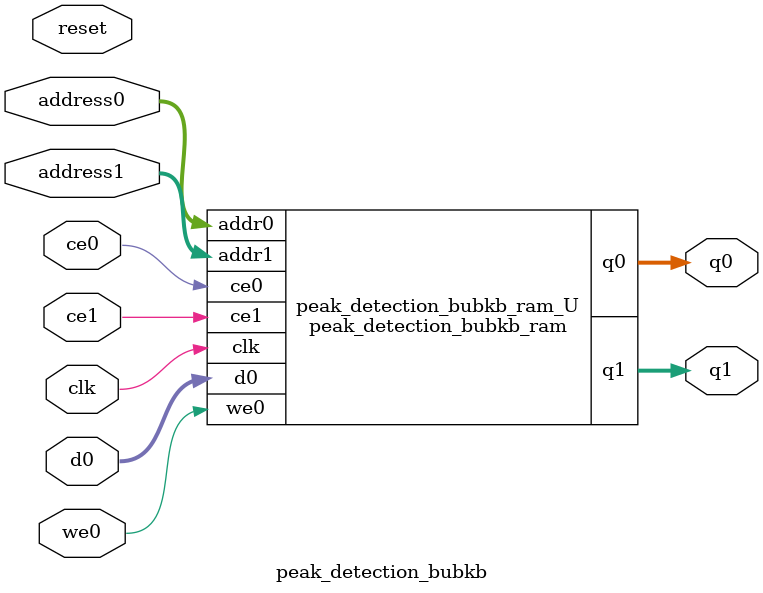
<source format=v>
`timescale 1 ns / 1 ps
module peak_detection_bubkb_ram (addr0, ce0, d0, we0, q0, addr1, ce1, q1,  clk);

parameter DWIDTH = 32;
parameter AWIDTH = 9;
parameter MEM_SIZE = 512;

input[AWIDTH-1:0] addr0;
input ce0;
input[DWIDTH-1:0] d0;
input we0;
output reg[DWIDTH-1:0] q0;
input[AWIDTH-1:0] addr1;
input ce1;
output reg[DWIDTH-1:0] q1;
input clk;

(* ram_style = "block" *)reg [DWIDTH-1:0] ram[0:MEM_SIZE-1];




always @(posedge clk)  
begin 
    if (ce0) 
    begin
        if (we0) 
        begin 
            ram[addr0] <= d0; 
        end 
        q0 <= ram[addr0];
    end
end


always @(posedge clk)  
begin 
    if (ce1) 
    begin
        q1 <= ram[addr1];
    end
end


endmodule

`timescale 1 ns / 1 ps
module peak_detection_bubkb(
    reset,
    clk,
    address0,
    ce0,
    we0,
    d0,
    q0,
    address1,
    ce1,
    q1);

parameter DataWidth = 32'd32;
parameter AddressRange = 32'd512;
parameter AddressWidth = 32'd9;
input reset;
input clk;
input[AddressWidth - 1:0] address0;
input ce0;
input we0;
input[DataWidth - 1:0] d0;
output[DataWidth - 1:0] q0;
input[AddressWidth - 1:0] address1;
input ce1;
output[DataWidth - 1:0] q1;



peak_detection_bubkb_ram peak_detection_bubkb_ram_U(
    .clk( clk ),
    .addr0( address0 ),
    .ce0( ce0 ),
    .we0( we0 ),
    .d0( d0 ),
    .q0( q0 ),
    .addr1( address1 ),
    .ce1( ce1 ),
    .q1( q1 ));

endmodule


</source>
